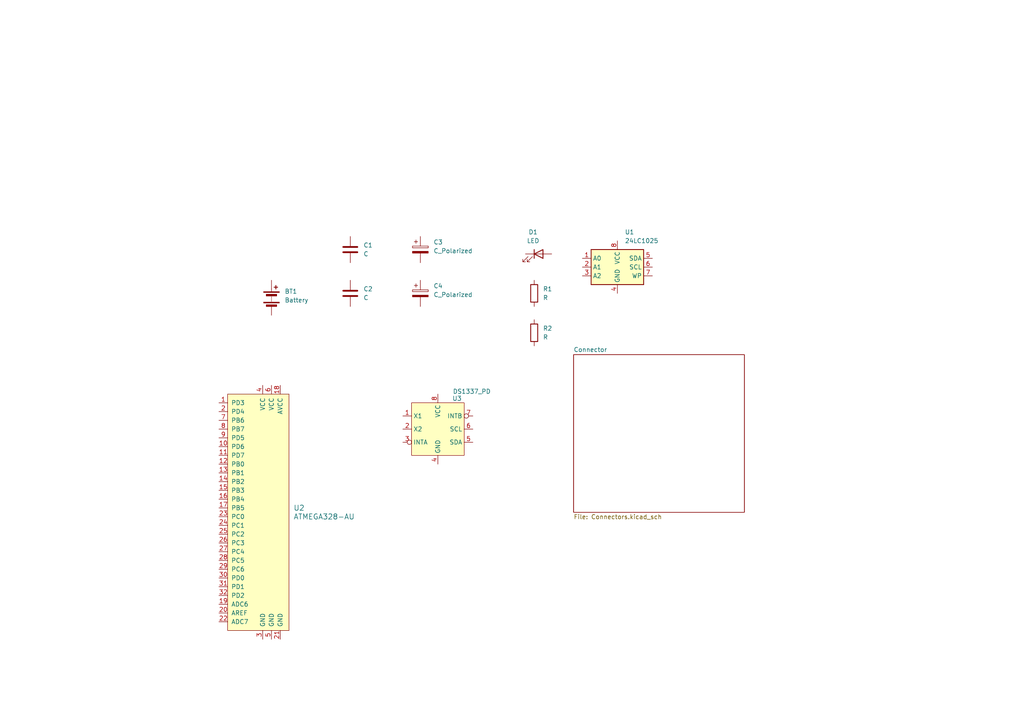
<source format=kicad_sch>
(kicad_sch (version 20250114) (generator "eeschema") (generator_version "9.0")
  (paper "A4")
  (title_block (title "Battery powered Arduino clone with clock &  Extended EEPROM") (date "2025-06-23") (rev "1") (company "DGN Holdings") (comment 1 "Designed by Gathonjia in Toll, Nanyuki"))
  (lib_symbols
    (symbol "Device:Battery" (pin_numbers (hide yes)) (pin_names (offset 0) (hide yes))
      (property "Reference" "BT" (at 2.54 2.54 0))
      (property "Value" "Battery" (at 2.54 0 0))
      (symbol "Battery_0_1"
        (rectangle (start -2.286 1.778) (end 2.286 1.524) (fill (type outline)))
        (rectangle (start -2.286 -1.27) (end 2.286 -1.524) (fill (type outline)))
        (rectangle (start -1.524 1.016) (end 1.524 0.508) (fill (type outline)))
        (rectangle (start -1.524 -2.032) (end 1.524 -2.54) (fill (type outline)))
        (polyline (pts (xy 0 1.778) (xy 0 2.54)))
        (polyline (pts (xy 0 0) (xy 0 0.254)))
        (polyline (pts (xy 0 -0.508) (xy 0 -0.254)))
        (polyline (pts (xy 0 -1.016) (xy 0 -0.762)))
        (polyline (pts (xy 0.762 3.048) (xy 1.778 3.048)) (stroke (width 0.254)))
        (polyline (pts (xy 1.27 3.556) (xy 1.27 2.54)) (stroke (width 0.254)))
      )
      (symbol "Battery_1_1"
        (pin passive line (at 0 5.08 270) (length 2.54) (name "+") (number "1"))
        (pin passive line (at 0 -5.08 90) (length 2.54) (name "-") (number "2"))
      )
    )
    (symbol "Device:C" (pin_numbers (hide yes)) (pin_names (offset 0.254))
      (property "Reference" "C" (at 0.635 2.54 0))
      (property "Value" "C" (at 0.635 -2.54 0))
      (symbol "C_0_1"
        (polyline (pts (xy -2.032 0.762) (xy 2.032 0.762)) (stroke (width 0.508)))
        (polyline (pts (xy -2.032 -0.762) (xy 2.032 -0.762)) (stroke (width 0.508)))
      )
      (symbol "C_1_1"
        (pin passive line (at 0 3.81 270) (length 2.794) (name "~") (number "1"))
        (pin passive line (at 0 -3.81 90) (length 2.794) (name "~") (number "2"))
      )
    )
    (symbol "Device:C_Polarized" (pin_numbers (hide yes)) (pin_names (offset 0.254))
      (property "Reference" "C" (at 0.635 2.54 0))
      (property "Value" "C_Polarized" (at 0.635 -2.54 0))
      (symbol "C_Polarized_0_1"
        (rectangle (start -2.286 0.508) (end 2.286 1.016))
        (polyline (pts (xy -1.778 2.286) (xy -0.762 2.286)))
        (polyline (pts (xy -1.27 2.794) (xy -1.27 1.778)))
        (rectangle (start 2.286 -0.508) (end -2.286 -1.016) (fill (type outline)))
      )
      (symbol "C_Polarized_1_1"
        (pin passive line (at 0 3.81 270) (length 2.794) (name "~") (number "1"))
        (pin passive line (at 0 -3.81 90) (length 2.794) (name "~") (number "2"))
      )
    )
    (symbol "Device:LED" (pin_numbers (hide yes)) (pin_names (offset 1.016) (hide yes))
      (property "Reference" "D" (at 0 2.54 0))
      (property "Value" "LED" (at 0 -2.54 0))
      (symbol "LED_0_1"
        (polyline (pts (xy -3.048 -0.762) (xy -4.572 -2.286) (xy -3.81 -2.286) (xy -4.572 -2.286) (xy -4.572 -1.524)))
        (polyline (pts (xy -1.778 -0.762) (xy -3.302 -2.286) (xy -2.54 -2.286) (xy -3.302 -2.286) (xy -3.302 -1.524)))
        (polyline (pts (xy -1.27 0) (xy 1.27 0)))
        (polyline (pts (xy -1.27 -1.27) (xy -1.27 1.27)) (stroke (width 0.254)))
        (polyline (pts (xy 1.27 -1.27) (xy 1.27 1.27) (xy -1.27 0) (xy 1.27 -1.27)) (stroke (width 0.254)))
      )
      (symbol "LED_1_1"
        (pin passive line (at -3.81 0 0) (length 2.54) (name "K") (number "1"))
        (pin passive line (at 3.81 0 180) (length 2.54) (name "A") (number "2"))
      )
    )
    (symbol "Device:R" (pin_numbers (hide yes)) (pin_names (offset 0))
      (property "Reference" "R" (at 2.032 0 90))
      (property "Value" "R" (at 0 0 90))
      (symbol "R_0_1"
        (rectangle (start -1.016 -2.54) (end 1.016 2.54) (stroke (width 0.254)))
      )
      (symbol "R_1_1"
        (pin passive line (at 0 3.81 270) (length 1.27) (name "~") (number "1"))
        (pin passive line (at 0 -3.81 90) (length 1.27) (name "~") (number "2"))
      )
    )
    (symbol "Gathonjia:DS1337_PD"
      (property "Reference" "U" (at 10.922 10.414 0))
      (symbol "DS1337_PD_1_1"
        (rectangle (start -7.62 7.62) (end 7.62 -7.62) (fill (type background)))
        (pin input line (at -10.16 3.81 0) (length 2.54) (name "X1") (number "1"))
        (pin input line (at -10.16 0 0) (length 2.54) (name "X2") (number "2"))
        (pin input inverted (at -10.16 -3.81 0) (length 2.54) (name "INTA") (number "3"))
        (pin input line (at 0 10.16 270) (length 2.54) (name "VCC") (number "8"))
        (pin output line (at 0 -10.16 90) (length 2.54) (name "GND") (number "4"))
        (pin input inverted (at 10.16 3.81 180) (length 2.54) (name "INTB") (number "7"))
        (pin input line (at 10.16 0 180) (length 2.54) (name "SCL") (number "6"))
        (pin bidirectional line (at 10.16 -3.81 180) (length 2.54) (name "SDA") (number "5"))
      )
    )
    (symbol "Memory_EEPROM:24LC1025"
      (property "Reference" "U" (at -6.35 6.35 0))
      (property "Value" "24LC1025" (at 1.27 6.35 0))
      (symbol "24LC1025_1_1"
        (rectangle (start -7.62 5.08) (end 7.62 -5.08) (stroke (width 0.254)) (fill (type background)))
        (pin input line (at -10.16 2.54 0) (length 2.54) (name "A0") (number "1"))
        (pin input line (at -10.16 0 0) (length 2.54) (name "A1") (number "2"))
        (pin input line (at -10.16 -2.54 0) (length 2.54) (name "A2") (number "3"))
        (pin power_in line (at 0 7.62 270) (length 2.54) (name "VCC") (number "8"))
        (pin power_in line (at 0 -7.62 90) (length 2.54) (name "GND") (number "4"))
        (pin bidirectional line (at 10.16 2.54 180) (length 2.54) (name "SDA") (number "5"))
        (pin input line (at 10.16 0 180) (length 2.54) (name "SCL") (number "6"))
        (pin input line (at 10.16 -2.54 180) (length 2.54) (name "WP") (number "7"))
      )
    )
    (symbol "dk_Embedded-Microcontrollers:ATMEGA328-AU" (pin_names (offset 1.016))
      (property "Reference" "U" (at -10.16 13.97 0))
      (property "Value" "ATMEGA328-AU" (at 2.54 -25.4 90))
      (symbol "ATMEGA328-AU_0_1"
        (rectangle (start -10.16 12.7) (end 7.62 -55.88) (fill (type background)))
      )
      (symbol "ATMEGA328-AU_1_1"
        (pin bidirectional line (at -12.7 10.16 0) (length 2.54) (name "PD3") (number "1"))
        (pin bidirectional line (at -12.7 7.62 0) (length 2.54) (name "PD4") (number "2"))
        (pin bidirectional line (at -12.7 5.08 0) (length 2.54) (name "PB6") (number "7"))
        (pin bidirectional line (at -12.7 2.54 0) (length 2.54) (name "PB7") (number "8"))
        (pin bidirectional line (at -12.7 0 0) (length 2.54) (name "PD5") (number "9"))
        (pin bidirectional line (at -12.7 -2.54 0) (length 2.54) (name "PD6") (number "10"))
        (pin bidirectional line (at -12.7 -5.08 0) (length 2.54) (name "PD7") (number "11"))
        (pin bidirectional line (at -12.7 -7.62 0) (length 2.54) (name "PB0") (number "12"))
        (pin bidirectional line (at -12.7 -10.16 0) (length 2.54) (name "PB1") (number "13"))
        (pin bidirectional line (at -12.7 -12.7 0) (length 2.54) (name "PB2") (number "14"))
        (pin bidirectional line (at -12.7 -15.24 0) (length 2.54) (name "PB3") (number "15"))
        (pin bidirectional line (at -12.7 -17.78 0) (length 2.54) (name "PB4") (number "16"))
        (pin bidirectional line (at -12.7 -20.32 0) (length 2.54) (name "PB5") (number "17"))
        (pin bidirectional line (at -12.7 -22.86 0) (length 2.54) (name "PC0") (number "23"))
        (pin bidirectional line (at -12.7 -25.4 0) (length 2.54) (name "PC1") (number "24"))
        (pin bidirectional line (at -12.7 -27.94 0) (length 2.54) (name "PC2") (number "25"))
        (pin input line (at -12.7 -30.48 0) (length 2.54) (name "PC3") (number "26"))
        (pin input line (at -12.7 -33.02 0) (length 2.54) (name "PC4") (number "27"))
        (pin input line (at -12.7 -35.56 0) (length 2.54) (name "PC5") (number "28"))
        (pin input line (at -12.7 -38.1 0) (length 2.54) (name "PC6") (number "29"))
        (pin input line (at -12.7 -40.64 0) (length 2.54) (name "PD0") (number "30"))
        (pin input line (at -12.7 -43.18 0) (length 2.54) (name "PD1") (number "31"))
        (pin input line (at -12.7 -45.72 0) (length 2.54) (name "PD2") (number "32"))
        (pin bidirectional line (at -12.7 -48.26 0) (length 2.54) (name "ADC6") (number "19"))
        (pin input line (at -12.7 -50.8 0) (length 2.54) (name "AREF") (number "20"))
        (pin bidirectional line (at -12.7 -53.34 0) (length 2.54) (name "ADC7") (number "22"))
        (pin power_in line (at 0 15.24 270) (length 2.54) (name "VCC") (number "4"))
        (pin power_in line (at 0 -58.42 90) (length 2.54) (name "GND") (number "3"))
        (pin power_in line (at 2.54 15.24 270) (length 2.54) (name "VCC") (number "6"))
        (pin power_in line (at 2.54 -58.42 90) (length 2.54) (name "GND") (number "5"))
        (pin power_in line (at 5.08 15.24 270) (length 2.54) (name "AVCC") (number "18"))
        (pin power_in line (at 5.08 -58.42 90) (length 2.54) (name "GND") (number "21"))
      )
    )
  )
  (symbol (lib_id "dk_Embedded-Microcontrollers:ATMEGA328-AU") (at 76.2 127 0) (unit 1)
    (property "Reference" "U2" (at 85.09 147.3199 0) (effects (font (size 1.524 1.524)) (justify left)))
    (property "Value" "ATMEGA328-AU" (at 85.09 149.8599 0) (effects (font (size 1.524 1.524)) (justify left)))
    (property "Footprint" "digikey-footprints:TQFP-32_7x7mm" (effects (hide yes)))
    (property "Datasheet" "http://www.microchip.com/mymicrochip/filehandler.aspx?ddocname=en608326" (effects (hide yes)))
    (property "Description" "IC MCU 8BIT 32KB FLASH 32TQFP" (effects (hide yes)))
    (property "Digi-Key_PN" "ATMEGA328-AU-ND" (effects (hide yes)))
    (property "MPN" "ATMEGA328-AU" (effects (hide yes)))
    (property "Category" "Integrated Circuits (ICs)" (effects (hide yes)))
    (property "Family" "Embedded - Microcontrollers" (effects (hide yes)))
    (property "DK_Datasheet_Link" "http://www.microchip.com/mymicrochip/filehandler.aspx?ddocname=en608326" (effects (hide yes)))
    (property "DK_Detail_Page" "/product-detail/en/microchip-technology/ATMEGA328-AU/ATMEGA328-AU-ND/2271029" (effects (hide yes)))
    (property "Description_1" "IC MCU 8BIT 32KB FLASH 32TQFP" (effects (hide yes)))
    (property "Manufacturer" "Microchip Technology" (effects (hide yes)))
    (property "Status" "Active" (effects (hide yes)))
  )
  (symbol (lib_id "Device:Battery") (at 78.74 86.36 0) (unit 1)
    (property "Reference" "BT1" (at 82.55 84.5184 0) (effects (justify left)))
    (property "Value" "Battery" (at 82.55 87.0584 0) (effects (justify left)))
    (property "Description" "Multiple-cell battery" (effects (hide yes)))
  )
  (symbol (lib_id "Device:C") (at 101.6 72.39 0) (unit 1)
    (property "Reference" "C1" (at 105.41 71.1199 0) (effects (justify left)))
    (property "Value" "C" (at 105.41 73.6599 0) (effects (justify left)))
    (property "Description" "Unpolarized capacitor" (effects (hide yes)))
  )
  (symbol (lib_id "Device:R") (at 154.94 96.52 0) (unit 1)
    (property "Reference" "R2" (at 157.48 95.2499 0) (effects (justify left)))
    (property "Value" "R" (at 157.48 97.7899 0) (effects (justify left)))
    (property "Description" "Resistor" (effects (hide yes)))
  )
  (symbol (lib_id "Device:LED") (at 156.21 73.66 0) (unit 1)
    (property "Reference" "D1" (at 154.6225 67.31 0))
    (property "Value" "LED" (at 154.6225 69.85 0))
    (property "Description" "Light emitting diode" (effects (hide yes)))
    (property "Sim.Pins" "1=K 2=A" (effects (hide yes)))
  )
  (symbol (lib_id "Device:C") (at 101.6 85.09 0) (unit 1)
    (property "Reference" "C2" (at 105.41 83.8199 0) (effects (justify left)))
    (property "Value" "C" (at 105.41 86.3599 0) (effects (justify left)))
    (property "Description" "Unpolarized capacitor" (effects (hide yes)))
  )
  (symbol (lib_id "Device:R") (at 154.94 85.09 0) (unit 1)
    (property "Reference" "R1" (at 157.48 83.8199 0) (effects (justify left)))
    (property "Value" "R" (at 157.48 86.3599 0) (effects (justify left)))
    (property "Description" "Resistor" (effects (hide yes)))
  )
  (symbol (lib_id "Device:C_Polarized") (at 121.92 72.39 0) (unit 1)
    (property "Reference" "C3" (at 125.73 70.2309 0) (effects (justify left)))
    (property "Value" "C_Polarized" (at 125.73 72.7709 0) (effects (justify left)))
    (property "Description" "Polarized capacitor" (effects (hide yes)))
  )
  (symbol (lib_id "Memory_EEPROM:24LC1025") (at 179.07 77.47 0) (unit 1)
    (property "Reference" "U1" (at 181.2133 67.31 0) (effects (justify left)))
    (property "Value" "24LC1025" (at 181.2133 69.85 0) (effects (justify left)))
    (property "Datasheet" "http://ww1.microchip.com/downloads/en/DeviceDoc/21941B.pdf" (effects (hide yes)))
    (property "Description" "I2C Serial EEPROM, 1024Kb, DIP-8/SOIC-8/TSSOP-8/DFN-8" (effects (hide yes)))
  )
  (symbol (lib_id "Gathonjia:DS1337_PD") (at 127 124.46 0) (unit 1)
    (property "Reference" "U3" (at 131.1753 115.57 0) (effects (justify left)))
    (property "Value" "DS1337_PD" (at 131.318 113.538 0) (effects (justify left)))
  )
  (symbol (lib_id "Device:C_Polarized") (at 121.92 85.09 0) (unit 1)
    (property "Reference" "C4" (at 125.73 82.9309 0) (effects (justify left)))
    (property "Value" "C_Polarized" (at 125.73 85.4709 0) (effects (justify left)))
    (property "Description" "Polarized capacitor" (effects (hide yes)))
  )
  (sheet (at 166.37 102.87) (size 49.53 45.72) (stroke (width 0.1524))
    (property "Sheetname" "Connector" (at 166.37 102.1584 0) (effects (justify left bottom)))
    (property "Sheetfile" "Connectors.kicad_sch" (at 166.37 149.1746 0) (effects (justify left top)))
  )
)
</source>
